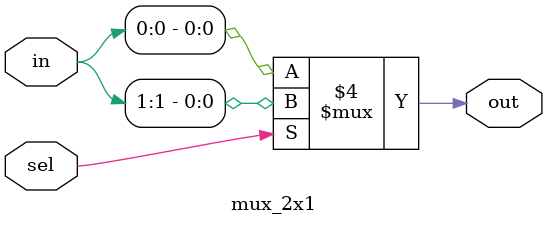
<source format=sv>
module mux_2x1(
  input logic[1:0] in, 
  input logic sel, 
  output logic out
); 
  always @(sel or in)
  begin
     if(sel == 0)
        out = in[0];
     else
       out = in[1]; 
  end
endmodule
 


</source>
